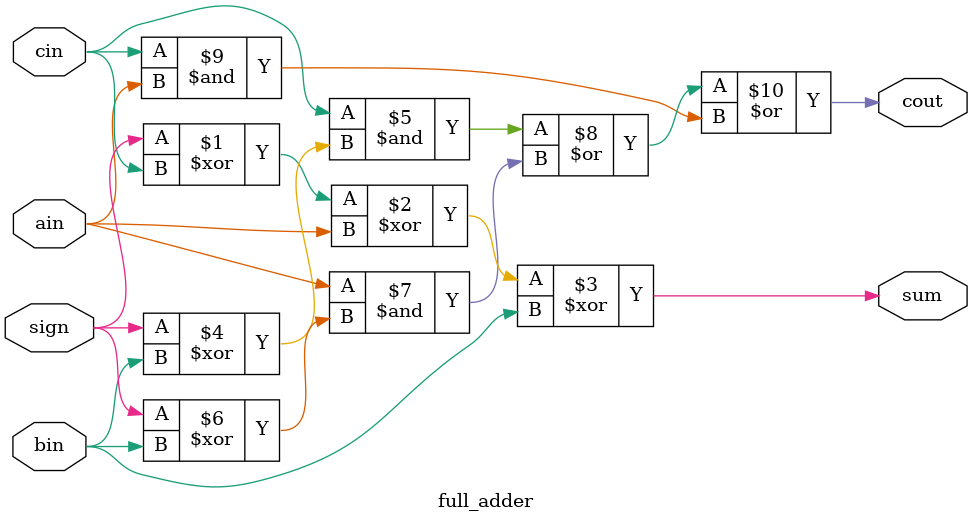
<source format=v>
`timescale 1ns / 1ps

module full_adder(
    output cout,
    output sum,
    input ain,
    input bin,
    input cin,
    input sign
    );
    
//assign sum = ain^bin^cin;
//assign cout= (ain&bin)|(ain&cin)|(bin&cin);

assign sum  = sign^cin^ain^bin;
assign cout = cin & (sign^bin) | ain & (sign^bin) | (cin & ain);

endmodule

</source>
